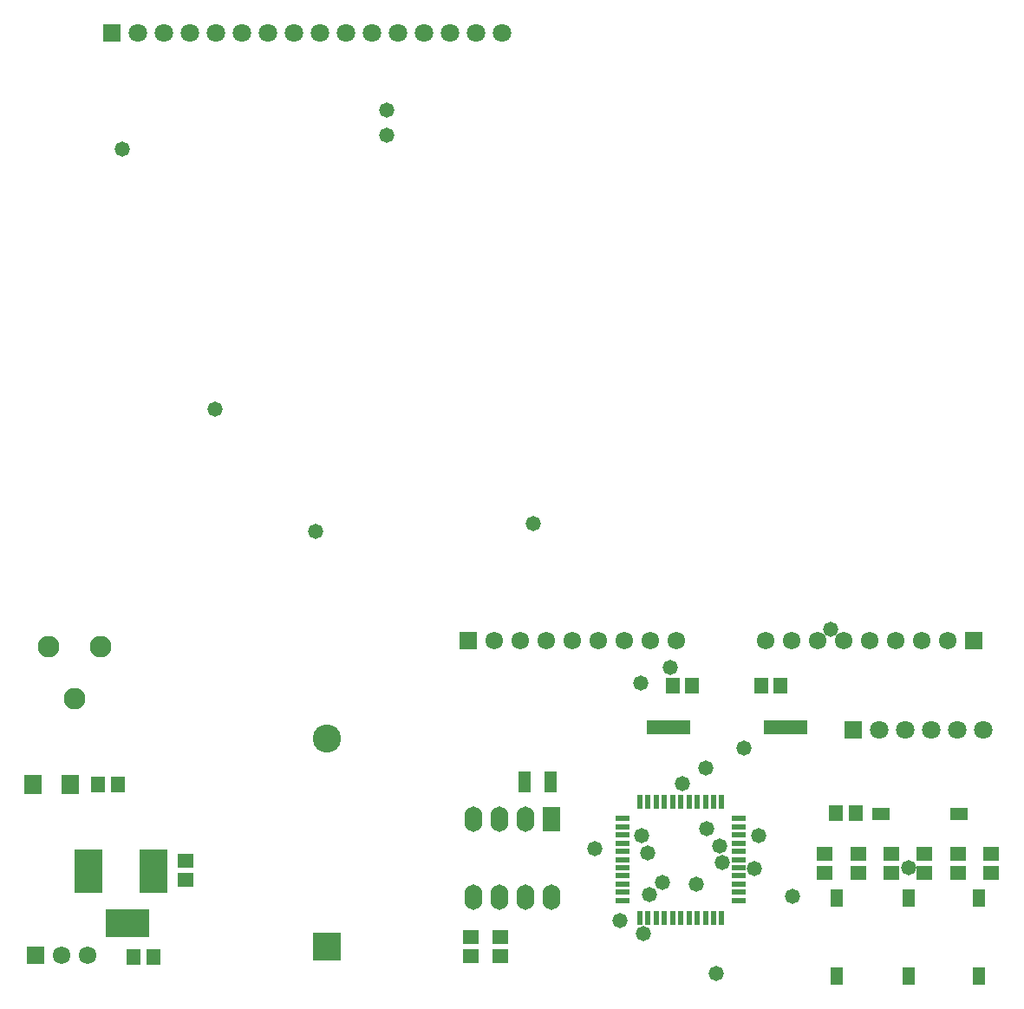
<source format=gts>
G04*
G04 #@! TF.GenerationSoftware,Altium Limited,Altium Designer,21.0.8 (223)*
G04*
G04 Layer_Color=8388736*
%FSTAX24Y24*%
%MOIN*%
G70*
G04*
G04 #@! TF.SameCoordinates,EDDFCF6A-67A3-46E2-8177-59DA37980891*
G04*
G04*
G04 #@! TF.FilePolarity,Negative*
G04*
G01*
G75*
%ADD24R,0.0200X0.0530*%
%ADD25R,0.0530X0.0200*%
%ADD31R,0.1655X0.0552*%
%ADD32R,0.0474X0.0789*%
%ADD33R,0.0671X0.0474*%
%ADD34R,0.0474X0.0671*%
%ADD35R,0.0552X0.0631*%
%ADD36R,0.0631X0.0552*%
%ADD37R,0.0680X0.0730*%
%ADD38R,0.0710X0.0710*%
%ADD39C,0.0710*%
%ADD40C,0.0830*%
%ADD41C,0.0678*%
%ADD42R,0.0678X0.0678*%
%ADD43R,0.1680X0.1080*%
%ADD44R,0.1080X0.1680*%
%ADD45R,0.0680X0.0980*%
%ADD46O,0.0680X0.0980*%
%ADD47R,0.1080X0.1080*%
%ADD48C,0.1080*%
%ADD49C,0.0580*%
D24*
X04752Y018533D02*
D03*
X047835D02*
D03*
X04815D02*
D03*
X048465D02*
D03*
X04878D02*
D03*
X049094D02*
D03*
X049409D02*
D03*
X049724D02*
D03*
X050039D02*
D03*
X050354D02*
D03*
X050669D02*
D03*
Y023003D02*
D03*
X050354D02*
D03*
X050039D02*
D03*
X049724D02*
D03*
X049409D02*
D03*
X049094D02*
D03*
X04878D02*
D03*
X048465D02*
D03*
X04815D02*
D03*
X047835D02*
D03*
X04752D02*
D03*
D25*
X051329Y019193D02*
D03*
Y019508D02*
D03*
Y019823D02*
D03*
Y020138D02*
D03*
Y020453D02*
D03*
Y020768D02*
D03*
Y021083D02*
D03*
Y021398D02*
D03*
Y021713D02*
D03*
Y022028D02*
D03*
Y022343D02*
D03*
X046859D02*
D03*
Y022028D02*
D03*
Y021713D02*
D03*
Y021398D02*
D03*
Y021083D02*
D03*
Y020768D02*
D03*
Y020453D02*
D03*
Y020138D02*
D03*
Y019823D02*
D03*
Y019508D02*
D03*
Y019193D02*
D03*
D31*
X048615Y025856D02*
D03*
X053115D02*
D03*
D32*
X044072Y023759D02*
D03*
X043088D02*
D03*
D33*
X059783Y02252D02*
D03*
X056791D02*
D03*
D34*
X055089Y01628D02*
D03*
Y019272D02*
D03*
X057844Y01628D02*
D03*
Y019272D02*
D03*
X060561Y01628D02*
D03*
Y019272D02*
D03*
D35*
X026692Y023656D02*
D03*
X02744D02*
D03*
X028063Y017033D02*
D03*
X028811D02*
D03*
X055817Y022569D02*
D03*
X055069D02*
D03*
X052932Y027458D02*
D03*
X052184D02*
D03*
X048775Y027451D02*
D03*
X049523D02*
D03*
D36*
X055908Y020238D02*
D03*
Y020986D02*
D03*
X057188Y020238D02*
D03*
Y020986D02*
D03*
X059748Y020238D02*
D03*
Y020986D02*
D03*
X042158Y017793D02*
D03*
Y017045D02*
D03*
X041007Y017793D02*
D03*
Y017045D02*
D03*
X054626Y020985D02*
D03*
Y020237D02*
D03*
X058465Y020985D02*
D03*
Y020237D02*
D03*
X061025Y020985D02*
D03*
Y020237D02*
D03*
X030066Y019979D02*
D03*
Y020728D02*
D03*
D37*
X024197Y02367D02*
D03*
X025617D02*
D03*
D38*
X027207Y052549D02*
D03*
X05573Y025758D02*
D03*
D39*
X028207Y052549D02*
D03*
X029207D02*
D03*
X030207D02*
D03*
X031207D02*
D03*
X032207D02*
D03*
X033207D02*
D03*
X034207D02*
D03*
X035207D02*
D03*
X036207D02*
D03*
X037207D02*
D03*
X038207D02*
D03*
X039207D02*
D03*
X040207D02*
D03*
X041207D02*
D03*
X042207D02*
D03*
X05773Y025758D02*
D03*
X05673D02*
D03*
X05873D02*
D03*
X05973D02*
D03*
X06073D02*
D03*
D40*
X024783Y028947D02*
D03*
X025783Y026947D02*
D03*
X026783Y028947D02*
D03*
D41*
X041927Y029173D02*
D03*
X048927D02*
D03*
X047927D02*
D03*
X046927D02*
D03*
X045927D02*
D03*
X044927D02*
D03*
X043927D02*
D03*
X042927D02*
D03*
X059343D02*
D03*
X052343D02*
D03*
X053343D02*
D03*
X054343D02*
D03*
X055343D02*
D03*
X056343D02*
D03*
X057343D02*
D03*
X058343D02*
D03*
X026289Y017087D02*
D03*
X025289D02*
D03*
D42*
X040927Y029173D02*
D03*
X060343D02*
D03*
X024289Y017087D02*
D03*
D43*
X027806Y01833D02*
D03*
D44*
X026306Y02033D02*
D03*
X028806D02*
D03*
D45*
X044105Y022316D02*
D03*
D46*
X043105D02*
D03*
X042105D02*
D03*
X041105D02*
D03*
X044105Y019316D02*
D03*
X043105D02*
D03*
X042105D02*
D03*
X041105D02*
D03*
D47*
X035502Y017411D02*
D03*
D48*
Y025411D02*
D03*
D49*
X037795Y049587D02*
D03*
X0378Y04861D02*
D03*
X027618Y048071D02*
D03*
X04839Y01989D02*
D03*
X04869Y02814D02*
D03*
X04676Y01842D02*
D03*
X05044Y01638D02*
D03*
X045787Y021171D02*
D03*
X05207Y02169D02*
D03*
X03505Y033374D02*
D03*
X047834Y021006D02*
D03*
X0534Y01935D02*
D03*
X04789Y019426D02*
D03*
X05153Y025056D02*
D03*
X05008Y02194D02*
D03*
X05059Y02129D02*
D03*
X04754Y02756D02*
D03*
X050039Y024295D02*
D03*
X04914Y023674D02*
D03*
X04968Y01983D02*
D03*
X04343Y03368D02*
D03*
X031177Y038103D02*
D03*
X0476Y02168D02*
D03*
X05193Y02042D02*
D03*
X04766Y01792D02*
D03*
X05784Y02044D02*
D03*
X05069Y020668D02*
D03*
X05484Y02963D02*
D03*
M02*

</source>
